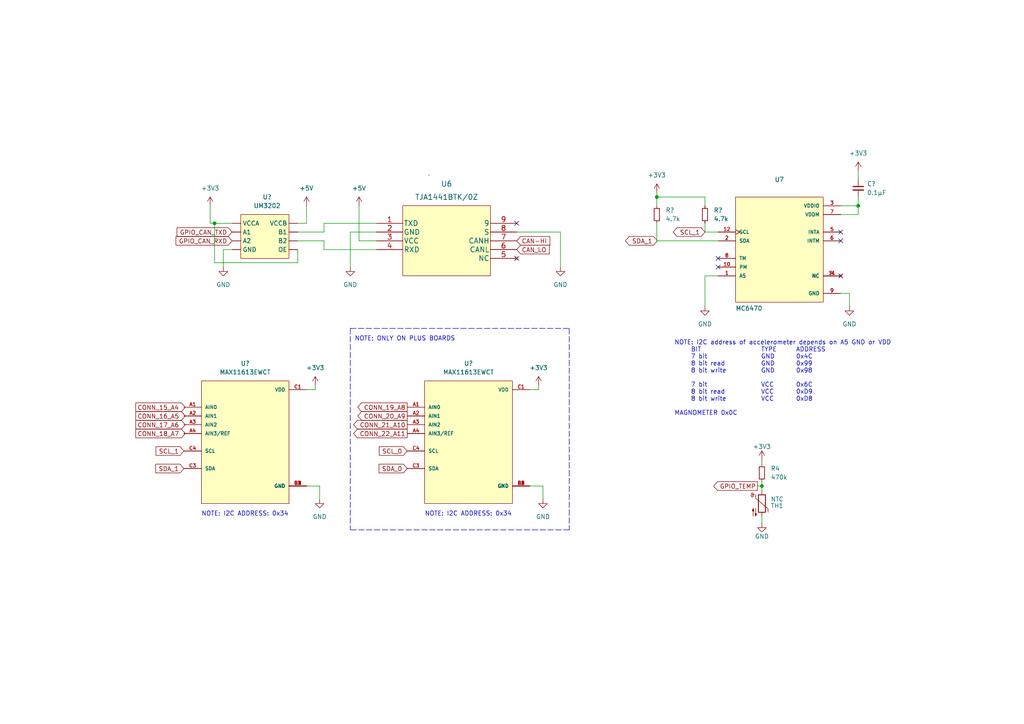
<source format=kicad_sch>
(kicad_sch (version 20211123) (generator eeschema)
  (paper "A4")
  (lib_symbols
    (symbol "Device:C_Small" (pin_numbers hide) (pin_names (offset 0.254) hide)
      (property "Reference" "C" (at 0.254 1.778 0))
      (property "Value" "C_Small" (at 0.254 -2.032 0))
      (symbol "C_Small_0_1"
        (polyline (pts (xy -1.524 -0.508) (xy 1.524 -0.508)) (stroke (width 0.3302)))
        (polyline (pts (xy -1.524 0.508) (xy 1.524 0.508)) (stroke (width 0.3048)))
      )
      (symbol "C_Small_1_1"
        (pin passive line (at 0 2.54 270) (length 2.032) (name "~") (number "1"))
        (pin passive line (at 0 -2.54 90) (length 2.032) (name "~") (number "2"))
      )
    )
    (symbol "Device:R_Small" (pin_numbers hide) (pin_names (offset 0.254) hide)
      (property "Reference" "R" (at 0.762 0.508 0))
      (property "Value" "R_Small" (at 0.762 -1.016 0))
      (symbol "R_Small_0_1"
        (rectangle (start -0.762 1.778) (end 0.762 -1.778) (stroke (width 0.2032)))
      )
      (symbol "R_Small_1_1"
        (pin passive line (at 0 2.54 270) (length 0.762) (name "~") (number "1"))
        (pin passive line (at 0 -2.54 90) (length 0.762) (name "~") (number "2"))
      )
    )
    (symbol "Device:Thermistor_NTC" (pin_numbers hide) (pin_names (offset 0))
      (property "Reference" "TH" (at -4.445 0 90))
      (property "Value" "Thermistor_NTC" (at 3.175 0 90))
      (symbol "Thermistor_NTC_0_1"
        (arc (start -3.048 2.159) (mid -3.0495 2.3143) (end -3.175 2.413))
        (arc (start -3.048 2.159) (mid -2.9736 1.9794) (end -2.794 1.905))
        (arc (start -3.048 2.794) (mid -2.9736 2.6144) (end -2.794 2.54))
        (arc (start -2.794 1.905) (mid -2.6144 1.9794) (end -2.54 2.159))
        (arc (start -2.794 2.54) (mid -2.4393 2.5587) (end -2.159 2.794))
        (arc (start -2.794 3.048) (mid -2.9736 2.9736) (end -3.048 2.794))
        (arc (start -2.54 2.794) (mid -2.6144 2.9736) (end -2.794 3.048))
        (rectangle (start -1.016 2.54) (end 1.016 -2.54) (stroke (width 0.254)))
        (polyline (pts (xy -2.54 2.159) (xy -2.54 2.794)))
        (polyline (pts (xy -1.778 2.54) (xy -1.778 1.524) (xy 1.778 -1.524) (xy 1.778 -2.54)))
        (polyline (pts (xy -2.54 -3.683) (xy -2.54 -1.397) (xy -2.794 -2.159) (xy -2.286 -2.159) (xy -2.54 -1.397) (xy -2.54 -1.651)) (fill (type outline)))
        (polyline (pts (xy -1.778 -1.397) (xy -1.778 -3.683) (xy -2.032 -2.921) (xy -1.524 -2.921) (xy -1.778 -3.683) (xy -1.778 -3.429)) (fill (type outline)))
      )
      (symbol "Thermistor_NTC_1_1"
        (pin passive line (at 0 3.81 270) (length 1.27) (name "~") (number "1"))
        (pin passive line (at 0 -3.81 90) (length 1.27) (name "~") (number "2"))
      )
    )
    (symbol "personal:MAX11613EWCT" (pin_names (offset 1.016))
      (property "Reference" "U" (at -12.7 18.7706 0))
      (property "Value" "MAX11613EWCT" (at -12.7 -21.7678 0))
      (symbol "MAX11613EWCT_0_0"
        (rectangle (start -12.7 -17.78) (end 12.7 17.78) (fill (type background)))
        (pin input line (at -17.78 10.16 0) (length 5.08) (name "AIN0") (number "A1"))
        (pin input line (at -17.78 7.62 0) (length 5.08) (name "AIN1") (number "A2"))
        (pin input line (at -17.78 5.08 0) (length 5.08) (name "AIN2") (number "A3"))
        (pin input line (at -17.78 2.54 0) (length 5.08) (name "AIN3/REF") (number "A4"))
        (pin power_in line (at 17.78 -12.7 180) (length 5.08) (name "GND") (number "B1"))
        (pin power_in line (at 17.78 -12.7 180) (length 5.08) (name "GND") (number "B2"))
        (pin power_in line (at 17.78 -12.7 180) (length 5.08) (name "GND") (number "B3"))
        (pin power_in line (at 17.78 -12.7 180) (length 5.08) (name "GND") (number "B4"))
        (pin power_in line (at 17.78 15.24 180) (length 5.08) (name "VDD") (number "C1"))
        (pin power_in line (at 17.78 -12.7 180) (length 5.08) (name "GND") (number "C2"))
        (pin bidirectional line (at -17.78 -7.62 0) (length 5.08) (name "SDA") (number "C3"))
        (pin bidirectional line (at -17.78 -2.54 0) (length 5.08) (name "SCL") (number "C4"))
      )
    )
    (symbol "personal:MC6470" (pin_names (offset 1.016))
      (property "Reference" "U" (at -12.7 16.002 0))
      (property "Value" "MC6470" (at -12.7 -17.78 0))
      (symbol "MC6470_0_0"
        (rectangle (start -12.7 -15.24) (end 12.7 15.24) (fill (type background)))
        (pin input line (at -17.78 -7.62 0) (length 5.08) (name "A5") (number "1"))
        (pin input line (at -17.78 -5.08 0) (length 5.08) (name "PM") (number "10"))
        (pin no_connect line (at 17.78 -7.62 180) (length 5.08) (name "NC") (number "11"))
        (pin input clock (at -17.78 5.08 0) (length 5.08) (name "SCL") (number "12"))
        (pin bidirectional line (at -17.78 2.54 0) (length 5.08) (name "SDA") (number "2"))
        (pin power_in line (at 17.78 12.7 180) (length 5.08) (name "VDDIO") (number "3"))
        (pin no_connect line (at 17.78 -7.62 180) (length 5.08) (name "NC") (number "4"))
        (pin output line (at 17.78 5.08 180) (length 5.08) (name "INTA") (number "5"))
        (pin output line (at 17.78 2.54 180) (length 5.08) (name "INTM") (number "6"))
        (pin power_in line (at 17.78 10.16 180) (length 5.08) (name "VDDM") (number "7"))
        (pin input line (at -17.78 -2.54 0) (length 5.08) (name "TM") (number "8"))
        (pin power_in line (at 17.78 -12.7 180) (length 5.08) (name "GND") (number "9"))
      )
    )
    (symbol "personal:TJA1441BTK{slash}0Z" (pin_names (offset 0.254))
      (property "Reference" "U" (at 20.32 10.16 0))
      (property "Value" "TJA1441BTK{slash}0Z" (at 20.32 7.62 0))
      (symbol "TJA1441BTK{slash}0Z_0_1"
        (rectangle (start 7.62 5.08) (end 33.02 -15.24) (fill (type background)))
      )
      (symbol "TJA1441BTK{slash}0Z_1_1"
        (pin unspecified line (at 0 0 0) (length 7.62) (name "TXD") (number "1"))
        (pin power_in line (at 0 -2.54 0) (length 7.62) (name "GND") (number "2"))
        (pin power_in line (at 0 -5.08 0) (length 7.62) (name "VCC") (number "3"))
        (pin unspecified line (at 0 -7.62 0) (length 7.62) (name "RXD") (number "4"))
        (pin no_connect line (at 40.64 -10.16 180) (length 7.62) (name "NC") (number "5"))
        (pin unspecified line (at 40.64 -7.62 180) (length 7.62) (name "CANL") (number "6"))
        (pin unspecified line (at 40.64 -5.08 180) (length 7.62) (name "CANH") (number "7"))
        (pin unspecified line (at 40.64 -2.54 180) (length 7.62) (name "S") (number "8"))
        (pin unspecified line (at 40.64 0 180) (length 7.62) (name "9") (number "9"))
      )
    )
    (symbol "personal:UM3202"
      (property "Reference" "U" (at 2.54 3.81 0))
      (property "Value" "UM3202" (at 12.7 3.81 0))
      (symbol "UM3202_0_1"
        (rectangle (start 2.54 2.54) (end 16.51 -10.16) (fill (type background)))
        (rectangle (start 57.15 13.97) (end 57.15 13.97))
        (rectangle (start 57.15 13.97) (end 57.15 13.97))
        (rectangle (start 57.15 13.97) (end 57.15 13.97))
        (rectangle (start 57.15 13.97) (end 57.15 13.97))
        (rectangle (start 57.15 13.97) (end 57.15 13.97))
        (rectangle (start 57.15 13.97) (end 57.15 13.97))
        (rectangle (start 57.15 13.97) (end 57.15 13.97))
      )
      (symbol "UM3202_1_1"
        (pin bidirectional line (at 0 -2.54 0) (length 2.54) (name "A1") (number ""))
        (pin bidirectional line (at 0 -5.08 0) (length 2.54) (name "A2") (number ""))
        (pin power_in line (at 19.05 -2.54 180) (length 2.54) (name "B1") (number ""))
        (pin power_in line (at 19.05 -5.08 180) (length 2.54) (name "B2") (number ""))
        (pin power_in line (at 0 -7.62 0) (length 2.54) (name "GND") (number ""))
        (pin input line (at 19.05 -7.62 180) (length 2.54) (name "OE") (number ""))
        (pin power_in line (at 0 0 0) (length 2.54) (name "VCCA") (number ""))
        (pin power_in line (at 19.05 0 180) (length 2.54) (name "VCCB") (number ""))
      )
    )
    (symbol "power:+3.3V" (power) (pin_names (offset 0))
      (property "Value" "+3.3V" (at 0 3.556 0))
      (symbol "+3.3V_0_1"
        (polyline (pts (xy -0.762 1.27) (xy 0 2.54)))
        (polyline (pts (xy 0 0) (xy 0 2.54)))
        (polyline (pts (xy 0 2.54) (xy 0.762 1.27)))
      )
      (symbol "+3.3V_1_1"
        (pin power_in line (at 0 0 90) (length 0) hide (name "+3V3") (number "1"))
      )
    )
    (symbol "power:+3V3" (power) (pin_names (offset 0))
      (property "Value" "+3V3" (at 0 3.556 0))
      (symbol "+3V3_0_1"
        (polyline (pts (xy -0.762 1.27) (xy 0 2.54)))
        (polyline (pts (xy 0 0) (xy 0 2.54)))
        (polyline (pts (xy 0 2.54) (xy 0.762 1.27)))
      )
      (symbol "+3V3_1_1"
        (pin power_in line (at 0 0 90) (length 0) hide (name "+3V3") (number "1"))
      )
    )
    (symbol "power:+5V" (power) (pin_names (offset 0))
      (property "Value" "+5V" (at 0 3.556 0))
      (symbol "+5V_0_1"
        (polyline (pts (xy -0.762 1.27) (xy 0 2.54)))
        (polyline (pts (xy 0 0) (xy 0 2.54)))
        (polyline (pts (xy 0 2.54) (xy 0.762 1.27)))
      )
      (symbol "+5V_1_1"
        (pin power_in line (at 0 0 90) (length 0) hide (name "+5V") (number "1"))
      )
    )
    (symbol "power:GND" (power) (pin_names (offset 0))
      (property "Value" "GND" (at 0 -3.81 0))
      (symbol "GND_0_1"
        (polyline (pts (xy 0 0) (xy 0 -1.27) (xy 1.27 -1.27) (xy 0 -2.54) (xy -1.27 -1.27) (xy 0 -1.27)))
      )
      (symbol "GND_1_1"
        (pin power_in line (at 0 0 270) (length 0) hide (name "GND") (number "1"))
      )
    )
  )
  (junction (at 220.98 140.97))
  (junction (at 62.23 64.77))
  (junction (at 248.92 59.69))
  (junction (at 190.5 57.15))
  (no_connect (at 208.28 77.47))
  (no_connect (at 208.28 74.93))
  (no_connect (at 243.84 67.31))
  (no_connect (at 149.86 64.77))
  (no_connect (at 149.86 74.93))
  (no_connect (at 243.84 69.85))
  (no_connect (at 243.84 80.01))
  (wire (pts (xy 109.22 67.31) (xy 101.6 67.31)))
  (wire (pts (xy 246.38 85.09) (xy 246.38 88.9)))
  (polyline (pts (xy 165.1 95.25) (xy 165.1 153.67)))
  (wire (pts (xy 243.84 59.69) (xy 248.92 59.69)))
  (wire (pts (xy 91.44 111.76) (xy 91.44 113.03)))
  (wire (pts (xy 190.5 55.88) (xy 190.5 57.15)))
  (wire (pts (xy 93.98 72.39) (xy 109.22 72.39)))
  (wire (pts (xy 92.71 140.97) (xy 92.71 144.78)))
  (wire (pts (xy 248.92 49.53) (xy 248.92 52.07)))
  (wire (pts (xy 88.9 64.77) (xy 88.9 59.69)))
  (wire (pts (xy 220.98 133.35) (xy 220.98 134.62)))
  (wire (pts (xy 149.86 67.31) (xy 162.56 67.31)))
  (wire (pts (xy 208.28 69.85) (xy 190.5 69.85)))
  (wire (pts (xy 104.14 59.69) (xy 104.14 69.85)))
  (wire (pts (xy 219.71 140.97) (xy 220.98 140.97)))
  (wire (pts (xy 220.98 140.97) (xy 220.98 142.24)))
  (wire (pts (xy 104.14 69.85) (xy 109.22 69.85)))
  (polyline (pts (xy 101.6 95.25) (xy 165.1 95.25)))
  (polyline (pts (xy 101.6 95.25) (xy 101.6 153.67)))
  (wire (pts (xy 204.47 80.01) (xy 208.28 80.01)))
  (wire (pts (xy 93.98 69.85) (xy 93.98 72.39)))
  (wire (pts (xy 86.36 67.31) (xy 93.98 67.31)))
  (wire (pts (xy 62.23 76.2) (xy 86.36 76.2)))
  (wire (pts (xy 157.48 140.97) (xy 157.48 144.78)))
  (wire (pts (xy 190.5 69.85) (xy 190.5 64.77)))
  (wire (pts (xy 86.36 64.77) (xy 88.9 64.77)))
  (wire (pts (xy 93.98 67.31) (xy 93.98 64.77)))
  (wire (pts (xy 248.92 62.23) (xy 248.92 59.69)))
  (wire (pts (xy 243.84 62.23) (xy 248.92 62.23)))
  (wire (pts (xy 88.9 140.97) (xy 92.71 140.97)))
  (wire (pts (xy 220.98 151.765) (xy 220.98 149.86)))
  (wire (pts (xy 248.92 59.69) (xy 248.92 57.15)))
  (wire (pts (xy 204.47 88.9) (xy 204.47 80.01)))
  (wire (pts (xy 67.31 64.77) (xy 62.23 64.77)))
  (wire (pts (xy 86.36 72.39) (xy 86.36 76.2)))
  (wire (pts (xy 64.77 77.47) (xy 64.77 72.39)))
  (wire (pts (xy 190.5 57.15) (xy 190.5 59.69)))
  (wire (pts (xy 86.36 69.85) (xy 93.98 69.85)))
  (wire (pts (xy 93.98 64.77) (xy 109.22 64.77)))
  (wire (pts (xy 62.23 64.77) (xy 60.96 64.77)))
  (wire (pts (xy 91.44 113.03) (xy 88.9 113.03)))
  (wire (pts (xy 156.21 113.03) (xy 153.67 113.03)))
  (polyline (pts (xy 165.1 153.67) (xy 101.6 153.67)))
  (wire (pts (xy 243.84 85.09) (xy 246.38 85.09)))
  (wire (pts (xy 204.47 67.31) (xy 204.47 64.77)))
  (wire (pts (xy 204.47 57.15) (xy 190.5 57.15)))
  (wire (pts (xy 101.6 67.31) (xy 101.6 77.47)))
  (wire (pts (xy 220.98 139.7) (xy 220.98 140.97)))
  (wire (pts (xy 60.96 64.77) (xy 60.96 59.69)))
  (wire (pts (xy 153.67 140.97) (xy 157.48 140.97)))
  (wire (pts (xy 204.47 59.69) (xy 204.47 57.15)))
  (wire (pts (xy 156.21 111.76) (xy 156.21 113.03)))
  (wire (pts (xy 162.56 67.31) (xy 162.56 77.47)))
  (wire (pts (xy 64.77 72.39) (xy 67.31 72.39)))
  (wire (pts (xy 208.28 67.31) (xy 204.47 67.31)))
  (wire (pts (xy 62.23 64.77) (xy 62.23 76.2)))
  (text "NOTE: I2C address of accelerometer depends on A5 GND or VDD\n	BIT				TYPE	ADDRESS\n	7 bit			GND		0x4C\n	8 bit read		GND		0x99\n	8 bit write		GND		0x98\n\n	7 bit			VCC		0x6C\n	8 bit read		VCC		0xD9\n	8 bit write		VCC		0xD8\n\nMAGNOMETER 0x0C" (at 195.58 120.65 0) (effects (font (size 1.27 1.27)) (justify left bottom)))
  (text "NOTE: I2C ADDRESS: 0x34" (at 123.19 149.86 0) (effects (font (size 1.27 1.27)) (justify left bottom)))
  (text "NOTE: I2C ADDRESS: 0x34" (at 58.42 149.86 0) (effects (font (size 1.27 1.27)) (justify left bottom)))
  (text "NOTE: ONLY ON PLUS BOARDS" (at 102.87 99.06 0) (effects (font (size 1.27 1.27)) (justify left bottom)))
  (global_label "GPIO_TEMP" (shape output) (at 219.71 140.97 180) (property "Intersheet References" "${INTERSHEET_REFS}" (effects hide)))
  (global_label "SDA_0" (shape input) (at 118.11 135.89 180) (property "Intersheet References" "${INTERSHEET_REFS}" (effects hide)))
  (global_label "SCL_1" (shape input) (at 53.34 130.81 180) (property "Intersheet References" "${INTERSHEET_REFS}" (effects hide)))
  (global_label "CONN_20_A9" (shape output) (at 118.11 120.65 180) (property "Intersheet References" "${INTERSHEET_REFS}" (effects hide)))
  (global_label "GPIO_CAN_RXD" (shape input) (at 67.31 69.85 180) (property "Intersheet References" "${INTERSHEET_REFS}" (effects hide)))
  (global_label "CONN_16_A5" (shape output) (at 39.37 120.65 0) (property "Intersheet References" "${INTERSHEET_REFS}" (effects hide)))
  (global_label "CONN_19_A8" (shape output) (at 118.11 118.11 180) (property "Intersheet References" "${INTERSHEET_REFS}" (effects hide)))
  (global_label "CONN_21_A10" (shape output) (at 118.11 123.19 180) (property "Intersheet References" "${INTERSHEET_REFS}" (effects hide)))
  (global_label "CONN_17_A6" (shape output) (at 39.37 123.19 0) (property "Intersheet References" "${INTERSHEET_REFS}" (effects hide)))
  (global_label "SDA_1" (shape bidirectional) (at 190.6836 69.85 180) (property "Intersheet References" "${INTERSHEET_REFS}" (effects hide)))
  (global_label "CONN_18_A7" (shape output) (at 39.37 125.73 0) (property "Intersheet References" "${INTERSHEET_REFS}" (effects hide)))
  (global_label "CONN_22_A11" (shape output) (at 118.11 125.73 180) (property "Intersheet References" "${INTERSHEET_REFS}" (effects hide)))
  (global_label "SCL_1" (shape bidirectional) (at 204.47 67.31 180) (property "Intersheet References" "${INTERSHEET_REFS}" (effects hide)))
  (global_label "SCL_0" (shape input) (at 118.11 130.81 180) (property "Intersheet References" "${INTERSHEET_REFS}" (effects hide)))
  (global_label "CONN_15_A4" (shape output) (at 39.37 118.11 0) (property "Intersheet References" "${INTERSHEET_REFS}" (effects hide)))
  (global_label "SDA_1" (shape input) (at 53.34 135.89 180) (property "Intersheet References" "${INTERSHEET_REFS}" (effects hide)))
  (global_label "GPIO_CAN_TXD" (shape input) (at 67.31 67.31 180) (property "Intersheet References" "${INTERSHEET_REFS}" (effects hide)))
  (global_label "CAN_LO" (shape input) (at 149.86 72.39 0) (property "Intersheet References" "${INTERSHEET_REFS}" (effects hide)))
  (global_label "CAN-HI" (shape input) (at 149.86 69.85 0) (property "Intersheet References" "${INTERSHEET_REFS}" (effects hide)))
  (symbol (lib_id "power:GND") (at 157.48 144.78 0) (unit 1)
    (property "Reference" "#PWR?" (effects hide))
    (property "Value" "GND" (at 157.48 149.86 0))
  )
  (symbol (lib_id "power:+3V3") (at 91.44 111.76 0) (unit 1)
    (property "Reference" "#PWR?" (effects hide))
    (property "Value" "+3V3" (at 91.44 106.68 0))
  )
  (symbol (lib_id "Device:R_Small") (at 190.5 62.23 0) (unit 1)
    (property "Reference" "R?" (at 193.04 60.9599 0) (effects (justify left)))
    (property "Value" "4.7k" (at 193.04 63.4999 0) (effects (justify left)))
  )
  (symbol (lib_id "power:+3V3") (at 190.5 55.88 0) (unit 1)
    (property "Reference" "#PWR?" (effects hide))
    (property "Value" "+3V3" (at 190.5 50.8 0))
  )
  (symbol (lib_id "Device:R_Small") (at 204.47 62.23 0) (unit 1)
    (property "Reference" "R?" (at 207.01 60.9599 0) (effects (justify left)))
    (property "Value" "4.7k" (at 207.01 63.4999 0) (effects (justify left)))
  )
  (symbol (lib_id "Device:R_Small") (at 220.98 137.16 0) (unit 1)
    (property "Reference" "R4" (at 223.52 135.8899 0) (effects (justify left)))
    (property "Value" "470k" (at 223.52 138.4299 0) (effects (justify left)))
    (property "Footprint" "personal:R_0201_0603Metric" (effects hide))
  )
  (symbol (lib_id "personal:MAX11613EWCT") (at 71.12 128.27 0) (unit 1)
    (property "Reference" "U?" (at 71.12 105.41 0))
    (property "Value" "MAX11613EWCT" (at 71.12 107.95 0))
    (property "Footprint" "personal:BGA12N50P3X4_188X221X69N" (effects hide))
    (property "Datasheet" "https://rocelec.widen.net/view/pdf/mhrkascag1/MAXMS19557-1.pdf?t.download=true&u=5oefqw" (effects hide))
  )
  (symbol (lib_id "power:+3V3") (at 248.92 49.53 0) (unit 1)
    (property "Reference" "#PWR?" (effects hide))
    (property "Value" "+3V3" (at 248.92 44.45 0))
  )
  (symbol (lib_id "power:+5V") (at 104.14 59.69 0) (unit 1)
    (property "Reference" "#PWR?" (effects hide))
    (property "Value" "+5V" (at 104.14 54.61 0))
  )
  (symbol (lib_id "power:GND") (at 162.56 77.47 0) (unit 1)
    (property "Reference" "#PWR?" (effects hide))
    (property "Value" "GND" (at 162.56 82.55 0))
  )
  (symbol (lib_id "Device:C_Small") (at 248.92 54.61 0) (unit 1)
    (property "Reference" "C?" (at 251.46 53.3462 0) (effects (justify left)))
    (property "Value" "0.1µF" (at 251.46 55.8862 0) (effects (justify left)))
  )
  (symbol (lib_id "power:GND") (at 92.71 144.78 0) (unit 1)
    (property "Reference" "#PWR?" (effects hide))
    (property "Value" "GND" (at 92.71 149.86 0))
  )
  (symbol (lib_id "power:+3V3") (at 60.96 59.69 0) (unit 1)
    (property "Reference" "#PWR?" (effects hide))
    (property "Value" "+3V3" (at 60.96 54.61 0))
  )
  (symbol (lib_id "personal:UM3202") (at 67.31 64.77 0) (unit 1)
    (property "Reference" "U?" (at 77.47 57.15 0))
    (property "Value" "UM3202" (at 77.47 59.69 0))
    (property "Footprint" "personal:DFN-8_1.7x1.35mm_P0.4mm" (effects hide))
    (property "Datasheet" "http://www.union-ic.com/Upload/Datasheet/Datasheet_UM3202_Rev11.pdf" (effects hide))
  )
  (symbol (lib_id "power:+5V") (at 88.9 59.69 0) (unit 1)
    (property "Reference" "#PWR?" (effects hide))
    (property "Value" "+5V" (at 88.9 54.61 0))
  )
  (symbol (lib_id "power:+3V3") (at 156.21 111.76 0) (unit 1)
    (property "Reference" "#PWR?" (effects hide))
    (property "Value" "+3V3" (at 156.21 106.68 0))
  )
  (symbol (lib_id "power:+3.3V") (at 220.98 133.35 0) (unit 1)
    (property "Reference" "#PWR013" (effects hide))
    (property "Value" "+3.3V" (at 220.98 129.54 0))
  )
  (symbol (lib_id "power:GND") (at 246.38 88.9 0) (unit 1)
    (property "Reference" "#PWR?" (effects hide))
    (property "Value" "GND" (at 246.38 93.98 0))
  )
  (symbol (lib_id "Device:Thermistor_NTC") (at 220.98 146.05 0) (unit 1)
    (property "Reference" "TH1" (at 223.52 146.685 0) (effects (justify left)))
    (property "Value" "NTC" (at 225.425 144.78 0))
    (property "Footprint" "personal:R_0402_1005Metric" (effects hide))
    (property "Datasheet" "https://product.tdk.com/system/files/dam/doc/product/sensor/ntc/chip-ntc-thermistor/catalog/tpd_commercial_ntc-thermistor_ntcg_en.pdf?ref_disty=mouser" (effects hide))
  )
  (symbol (lib_id "power:GND") (at 204.47 88.9 0) (unit 1)
    (property "Reference" "#PWR?" (effects hide))
    (property "Value" "GND" (at 204.47 93.98 0))
  )
  (symbol (lib_id "personal:MC6470") (at 226.06 72.39 0) (unit 1)
    (property "Reference" "U7" (at 226.06 52.07 0))
    (property "Value" "MC6470" (at 213.36 90.17 0) (effects (justify left bottom)))
    (property "Footprint" "personal:PQFN50P200X200X100-12N" (effects hide))
    (property "Datasheet" "https://mcubemems.com/wp-content/uploads/2016/03/MC6470-Preliminary-Datasheet-APS-048-0033v1.5.pdf" (effects hide))
    (property "PARTREV" "1.7" (effects hide))
    (property "MANUFACTURER" "mCube" (effects hide))
    (property "MAXIMUM_PACKAGE_HEIGHT" "1mm" (effects hide))
    (property "STANDARD" "IPC 7351B" (effects hide))
  )
  (symbol (lib_id "power:GND") (at 220.98 151.765 0) (unit 1)
    (property "Reference" "#PWR014" (effects hide))
    (property "Value" "GND" (at 220.98 155.575 0))
  )
  (symbol (lib_id "personal:MAX11613EWCT") (at 135.89 128.27 0) (unit 1)
    (property "Reference" "U?" (at 135.89 105.41 0))
    (property "Value" "MAX11613EWCT" (at 135.89 107.95 0))
    (property "Footprint" "personal:BGA12N50P3X4_188X221X69N" (effects hide))
    (property "Datasheet" "https://rocelec.widen.net/view/pdf/mhrkascag1/MAXMS19557-1.pdf?t.download=true&u=5oefqw" (effects hide))
  )
  (symbol (lib_id "power:GND") (at 64.77 77.47 0) (unit 1)
    (property "Reference" "#PWR?" (effects hide))
    (property "Value" "GND" (at 64.77 82.55 0))
  )
  (symbol (lib_id "power:GND") (at 101.6 77.47 0) (unit 1)
    (property "Reference" "#PWR?" (effects hide))
    (property "Value" "GND" (at 101.6 82.55 0))
  )
  (symbol (lib_id "personal:TJA1441BTK{slash}0Z") (at 109.22 64.77 0) (unit 1)
    (property "Reference" "U6" (at 129.54 53.34 0) (effects (font (size 1.524 1.524))))
    (property "Value" "TJA1441BTK/0Z" (at 129.54 57.15 0) (effects (font (size 1.524 1.524))))
    (property "Footprint" "personal:HVSON8_TJA1441BTK_0Z_NXP" (effects hide))
    (property "Datasheet" "https://www.nxp.com/docs/en/data-sheet/TJA1441.pdf" (effects hide))
  )
)
</source>
